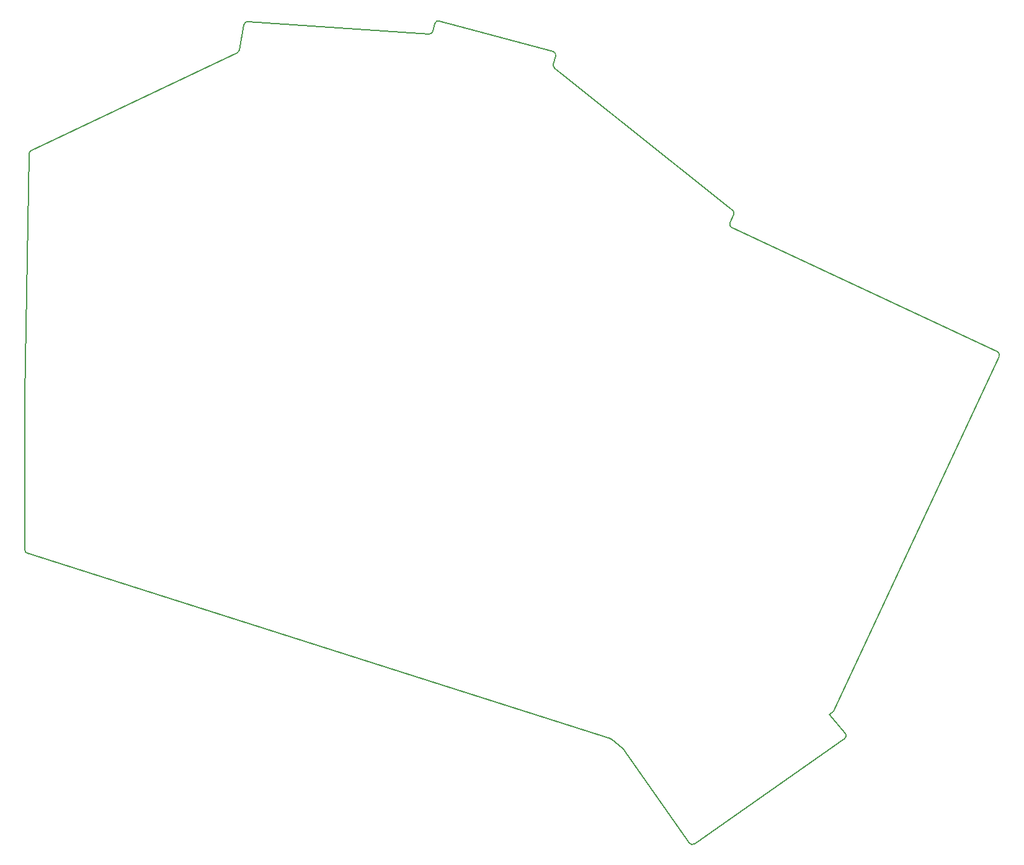
<source format=gm1>
G04 #@! TF.GenerationSoftware,KiCad,Pcbnew,8.0.8+1*
G04 #@! TF.CreationDate,2025-05-19T02:25:48+00:00*
G04 #@! TF.ProjectId,mearchlar_wireless,6d656172-6368-46c6-9172-5f776972656c,0.2*
G04 #@! TF.SameCoordinates,Original*
G04 #@! TF.FileFunction,Profile,NP*
%FSLAX46Y46*%
G04 Gerber Fmt 4.6, Leading zero omitted, Abs format (unit mm)*
G04 Created by KiCad (PCBNEW 8.0.8+1) date 2025-05-19 02:25:48*
%MOMM*%
%LPD*%
G01*
G04 APERTURE LIST*
G04 #@! TA.AperFunction,Profile*
%ADD10C,0.150000*%
G04 #@! TD*
G04 APERTURE END LIST*
D10*
X91000068Y-91265873D02*
X91544883Y-58250115D01*
X91830104Y-57806812D02*
X120011276Y-44406854D01*
X120288969Y-44042126D02*
X120903925Y-40554537D01*
X121430666Y-40142542D02*
X146166900Y-41845285D01*
X146684200Y-41475874D02*
X146970010Y-40409215D01*
X147582383Y-40055661D02*
X163089356Y-44210742D01*
X163442909Y-44823115D02*
X163135189Y-45971542D01*
X163306069Y-46491598D02*
X187620105Y-65915810D01*
X187240642Y-67634052D02*
X187761176Y-66517765D01*
X200805688Y-134762939D02*
X202997243Y-137326011D01*
X202904010Y-138060524D02*
X182384880Y-152428173D01*
X181688516Y-152305386D02*
X172722594Y-139500723D01*
X172625965Y-139397557D02*
X171067726Y-138147034D01*
X170906304Y-138060501D02*
X91348475Y-112760816D01*
X91000000Y-112284329D02*
X91000000Y-91274123D01*
X187482487Y-68298515D02*
X223715766Y-85194371D01*
X223957611Y-85858834D02*
X201378374Y-134280163D01*
X201212009Y-134478430D02*
X200805688Y-134762939D01*
X91544883Y-58250115D02*
G75*
G02*
X91830121Y-57806849I499917J-8285D01*
G01*
X120288969Y-44042126D02*
G75*
G02*
X120011267Y-44406835I-492369J86826D01*
G01*
X120903925Y-40554538D02*
G75*
G02*
X121430662Y-40142604I492375J-86862D01*
G01*
X146684200Y-41475874D02*
G75*
G02*
X146166896Y-41845349I-483000J129374D01*
G01*
X146970010Y-40409215D02*
G75*
G02*
X147582396Y-40055613I482990J-129385D01*
G01*
X163089356Y-44210742D02*
G75*
G02*
X163442872Y-44823105I-129456J-482958D01*
G01*
X163306069Y-46491598D02*
G75*
G02*
X163135253Y-45971559I312131J390598D01*
G01*
X187620104Y-65915810D02*
G75*
G02*
X187761218Y-66517785I-312104J-390690D01*
G01*
X187482487Y-68298515D02*
G75*
G02*
X187240691Y-67634075I211313J453115D01*
G01*
X223715766Y-85194371D02*
G75*
G02*
X223957600Y-85858829I-211266J-453129D01*
G01*
X201378374Y-134280163D02*
G75*
G02*
X201212022Y-134478451I-453174J211263D01*
G01*
X202997243Y-137326011D02*
G75*
G02*
X202903972Y-138060470I-380043J-324889D01*
G01*
X182384880Y-152428173D02*
G75*
G02*
X181688526Y-152305379I-286780J409573D01*
G01*
X172625965Y-139397557D02*
G75*
G02*
X172722589Y-139500726I-312965J-389943D01*
G01*
X170906304Y-138060501D02*
G75*
G02*
X171067731Y-138147027I-151504J-476499D01*
G01*
X91348475Y-112760816D02*
G75*
G02*
X90999973Y-112284329I151525J476516D01*
G01*
X91000000Y-91274123D02*
G75*
G02*
X91000068Y-91265873I500500J23D01*
G01*
M02*

</source>
